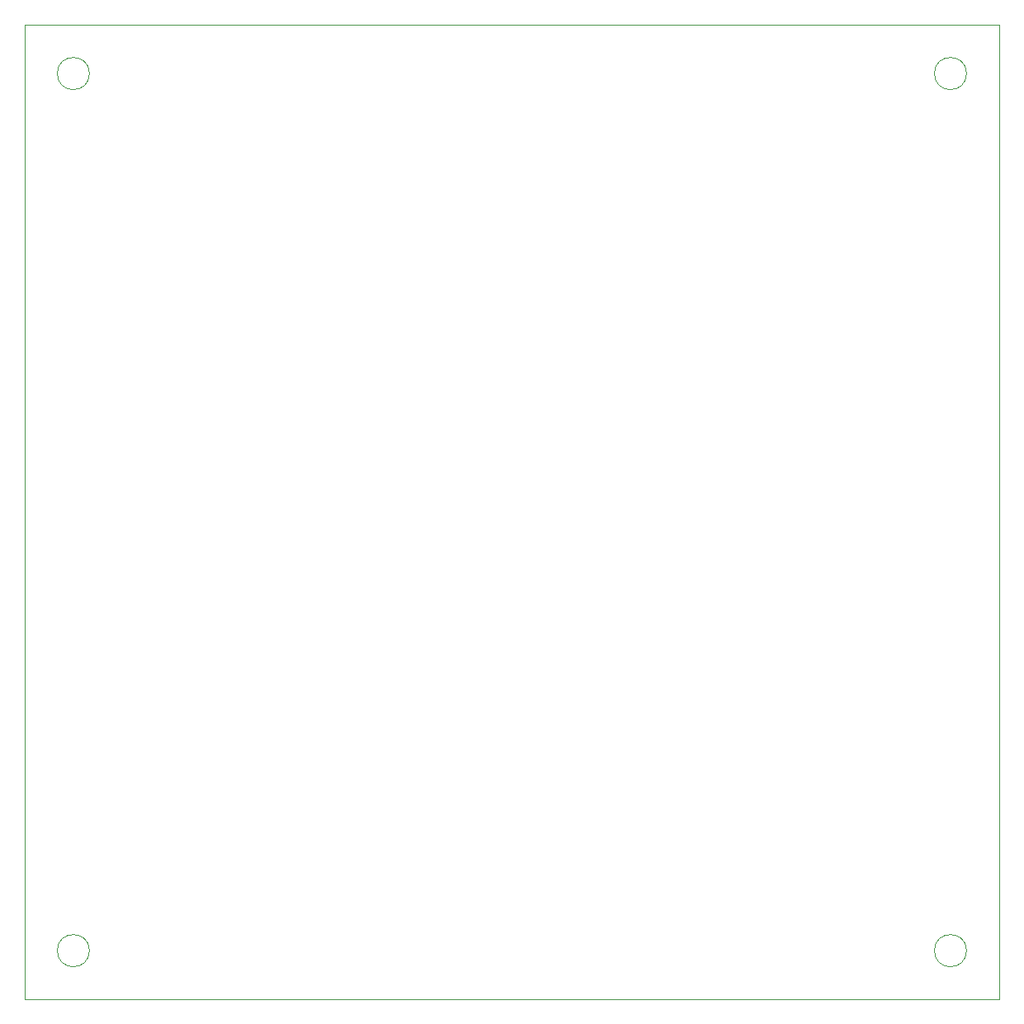
<source format=gbr>
%TF.GenerationSoftware,KiCad,Pcbnew,8.0.8-8.0.8-0~ubuntu24.04.1*%
%TF.CreationDate,2025-02-07T22:42:51+09:00*%
%TF.ProjectId,Accurate,41636375-7261-4746-952e-6b696361645f,rev?*%
%TF.SameCoordinates,Original*%
%TF.FileFunction,Profile,NP*%
%FSLAX46Y46*%
G04 Gerber Fmt 4.6, Leading zero omitted, Abs format (unit mm)*
G04 Created by KiCad (PCBNEW 8.0.8-8.0.8-0~ubuntu24.04.1) date 2025-02-07 22:42:51*
%MOMM*%
%LPD*%
G01*
G04 APERTURE LIST*
%TA.AperFunction,Profile*%
%ADD10C,0.050000*%
%TD*%
G04 APERTURE END LIST*
D10*
X196650000Y-55000000D02*
G75*
G02*
X193350000Y-55000000I-1650000J0D01*
G01*
X193350000Y-55000000D02*
G75*
G02*
X196650000Y-55000000I1650000J0D01*
G01*
X106650000Y-145000000D02*
G75*
G02*
X103350000Y-145000000I-1650000J0D01*
G01*
X103350000Y-145000000D02*
G75*
G02*
X106650000Y-145000000I1650000J0D01*
G01*
X106650000Y-55000000D02*
G75*
G02*
X103350000Y-55000000I-1650000J0D01*
G01*
X103350000Y-55000000D02*
G75*
G02*
X106650000Y-55000000I1650000J0D01*
G01*
X100000000Y-50000000D02*
X200000000Y-50000000D01*
X200000000Y-150000000D01*
X100000000Y-150000000D01*
X100000000Y-50000000D01*
X196650000Y-145000000D02*
G75*
G02*
X193350000Y-145000000I-1650000J0D01*
G01*
X193350000Y-145000000D02*
G75*
G02*
X196650000Y-145000000I1650000J0D01*
G01*
M02*

</source>
